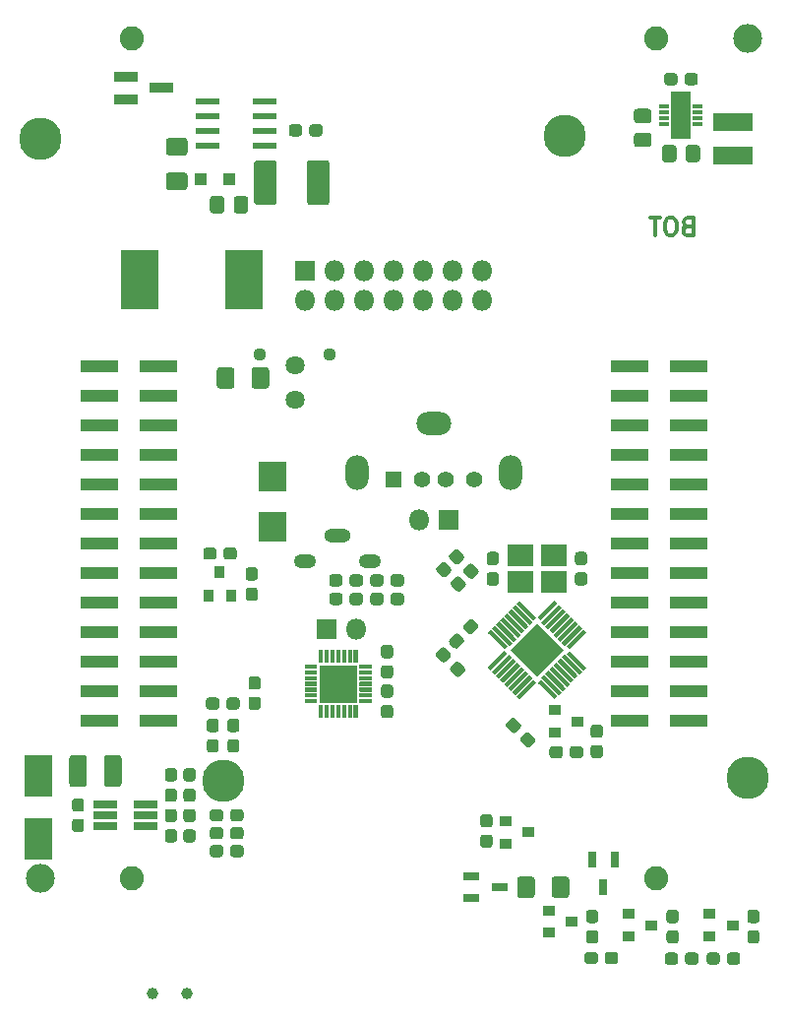
<source format=gbr>
%TF.GenerationSoftware,KiCad,Pcbnew,(5.1.6)-1*%
%TF.CreationDate,2022-08-11T18:16:32+02:00*%
%TF.ProjectId,ZumoComSystem,5a756d6f-436f-46d5-9379-7374656d2e6b,V1.1*%
%TF.SameCoordinates,Original*%
%TF.FileFunction,Soldermask,Bot*%
%TF.FilePolarity,Negative*%
%FSLAX46Y46*%
G04 Gerber Fmt 4.6, Leading zero omitted, Abs format (unit mm)*
G04 Created by KiCad (PCBNEW (5.1.6)-1) date 2022-08-11 18:16:32*
%MOMM*%
%LPD*%
G01*
G04 APERTURE LIST*
%ADD10C,0.300000*%
%ADD11C,1.000000*%
%ADD12R,2.081200X0.633400*%
%ADD13R,3.275000X5.050000*%
%ADD14R,1.800000X1.800000*%
%ADD15O,1.800000X1.800000*%
%ADD16R,2.400000X2.600000*%
%ADD17R,1.100000X1.100000*%
%ADD18R,2.000000X0.900000*%
%ADD19R,3.500000X1.600000*%
%ADD20R,0.912800X0.404800*%
%ADD21R,1.700000X4.100000*%
%ADD22R,3.250000X3.250000*%
%ADD23C,0.100000*%
%ADD24O,3.000000X2.000000*%
%ADD25O,2.000000X3.000000*%
%ADD26C,1.400000*%
%ADD27R,1.400000X1.400000*%
%ADD28O,1.900000X1.200000*%
%ADD29O,2.300000X1.200000*%
%ADD30C,2.080000*%
%ADD31C,3.650000*%
%ADD32C,2.490000*%
%ADD33R,2.400000X3.600000*%
%ADD34R,1.000000X0.900000*%
%ADD35R,0.900000X1.000000*%
%ADD36R,2.100000X0.750000*%
%ADD37R,2.200000X1.900000*%
%ADD38R,3.250000X1.100000*%
%ADD39R,1.410000X0.700000*%
%ADD40R,0.700000X1.410000*%
%ADD41C,1.120000*%
%ADD42C,1.630000*%
G04 APERTURE END LIST*
D10*
X172250000Y-76642857D02*
X172035714Y-76714285D01*
X171964285Y-76785714D01*
X171892857Y-76928571D01*
X171892857Y-77142857D01*
X171964285Y-77285714D01*
X172035714Y-77357142D01*
X172178571Y-77428571D01*
X172750000Y-77428571D01*
X172750000Y-75928571D01*
X172250000Y-75928571D01*
X172107142Y-76000000D01*
X172035714Y-76071428D01*
X171964285Y-76214285D01*
X171964285Y-76357142D01*
X172035714Y-76500000D01*
X172107142Y-76571428D01*
X172250000Y-76642857D01*
X172750000Y-76642857D01*
X170964285Y-75928571D02*
X170678571Y-75928571D01*
X170535714Y-76000000D01*
X170392857Y-76142857D01*
X170321428Y-76428571D01*
X170321428Y-76928571D01*
X170392857Y-77214285D01*
X170535714Y-77357142D01*
X170678571Y-77428571D01*
X170964285Y-77428571D01*
X171107142Y-77357142D01*
X171250000Y-77214285D01*
X171321428Y-76928571D01*
X171321428Y-76428571D01*
X171250000Y-76142857D01*
X171107142Y-76000000D01*
X170964285Y-75928571D01*
X169892857Y-75928571D02*
X169035714Y-75928571D01*
X169464285Y-77428571D02*
X169464285Y-75928571D01*
D11*
%TO.C,SW1*%
X129175000Y-142650000D03*
X126175000Y-142650000D03*
%TD*%
D12*
%TO.C,U1*%
X135863800Y-69705000D03*
X135863800Y-68435000D03*
X135863800Y-67165000D03*
X135863800Y-65895000D03*
X130936200Y-65895000D03*
X130936200Y-67165000D03*
X130936200Y-68435000D03*
X130936200Y-69705000D03*
%TD*%
D13*
%TO.C,L3*%
X134107500Y-81200000D03*
X125092500Y-81200000D03*
%TD*%
%TO.C,R5*%
G36*
G01*
X150649080Y-113290311D02*
X151020311Y-112919080D01*
G75*
G02*
X151391543Y-112919080I185616J-185616D01*
G01*
X151833484Y-113361021D01*
G75*
G02*
X151833484Y-113732253I-185616J-185616D01*
G01*
X151462253Y-114103484D01*
G75*
G02*
X151091021Y-114103484I-185616J185616D01*
G01*
X150649080Y-113661543D01*
G75*
G02*
X150649080Y-113290311I185616J185616D01*
G01*
G37*
G36*
G01*
X151886516Y-114527747D02*
X152257747Y-114156516D01*
G75*
G02*
X152628979Y-114156516I185616J-185616D01*
G01*
X153070920Y-114598457D01*
G75*
G02*
X153070920Y-114969689I-185616J-185616D01*
G01*
X152699689Y-115340920D01*
G75*
G02*
X152328457Y-115340920I-185616J185616D01*
G01*
X151886516Y-114898979D01*
G75*
G02*
X151886516Y-114527747I185616J185616D01*
G01*
G37*
%TD*%
D14*
%TO.C,TP2*%
X141200000Y-111300000D03*
D15*
X143740000Y-111300000D03*
%TD*%
D14*
%TO.C,TP1*%
X151700000Y-101900000D03*
D15*
X149160000Y-101900000D03*
%TD*%
%TO.C,R3*%
G36*
G01*
X150689080Y-105960311D02*
X151060311Y-105589080D01*
G75*
G02*
X151431543Y-105589080I185616J-185616D01*
G01*
X151873484Y-106031021D01*
G75*
G02*
X151873484Y-106402253I-185616J-185616D01*
G01*
X151502253Y-106773484D01*
G75*
G02*
X151131021Y-106773484I-185616J185616D01*
G01*
X150689080Y-106331543D01*
G75*
G02*
X150689080Y-105960311I185616J185616D01*
G01*
G37*
G36*
G01*
X151926516Y-107197747D02*
X152297747Y-106826516D01*
G75*
G02*
X152668979Y-106826516I185616J-185616D01*
G01*
X153110920Y-107268457D01*
G75*
G02*
X153110920Y-107639689I-185616J-185616D01*
G01*
X152739689Y-108010920D01*
G75*
G02*
X152368457Y-108010920I-185616J185616D01*
G01*
X151926516Y-107568979D01*
G75*
G02*
X151926516Y-107197747I185616J185616D01*
G01*
G37*
%TD*%
%TO.C,R2*%
G36*
G01*
X154210920Y-106539689D02*
X153839689Y-106910920D01*
G75*
G02*
X153468457Y-106910920I-185616J185616D01*
G01*
X153026516Y-106468979D01*
G75*
G02*
X153026516Y-106097747I185616J185616D01*
G01*
X153397747Y-105726516D01*
G75*
G02*
X153768979Y-105726516I185616J-185616D01*
G01*
X154210920Y-106168457D01*
G75*
G02*
X154210920Y-106539689I-185616J-185616D01*
G01*
G37*
G36*
G01*
X152973484Y-105302253D02*
X152602253Y-105673484D01*
G75*
G02*
X152231021Y-105673484I-185616J185616D01*
G01*
X151789080Y-105231543D01*
G75*
G02*
X151789080Y-104860311I185616J185616D01*
G01*
X152160311Y-104489080D01*
G75*
G02*
X152531543Y-104489080I185616J-185616D01*
G01*
X152973484Y-104931021D01*
G75*
G02*
X152973484Y-105302253I-185616J-185616D01*
G01*
G37*
%TD*%
D16*
%TO.C,D7*%
X136500000Y-102450000D03*
X136500000Y-98150000D03*
%TD*%
%TO.C,C3*%
G36*
G01*
X137950000Y-68662500D02*
X137950000Y-68137500D01*
G75*
G02*
X138212500Y-67875000I262500J0D01*
G01*
X138837500Y-67875000D01*
G75*
G02*
X139100000Y-68137500I0J-262500D01*
G01*
X139100000Y-68662500D01*
G75*
G02*
X138837500Y-68925000I-262500J0D01*
G01*
X138212500Y-68925000D01*
G75*
G02*
X137950000Y-68662500I0J262500D01*
G01*
G37*
G36*
G01*
X139700000Y-68662500D02*
X139700000Y-68137500D01*
G75*
G02*
X139962500Y-67875000I262500J0D01*
G01*
X140587500Y-67875000D01*
G75*
G02*
X140850000Y-68137500I0J-262500D01*
G01*
X140850000Y-68662500D01*
G75*
G02*
X140587500Y-68925000I-262500J0D01*
G01*
X139962500Y-68925000D01*
G75*
G02*
X139700000Y-68662500I0J262500D01*
G01*
G37*
%TD*%
D17*
%TO.C,D2*%
X132850000Y-72600000D03*
X130350000Y-72600000D03*
%TD*%
D18*
%TO.C,Q1*%
X123950000Y-65720000D03*
X123950000Y-63820000D03*
X126950000Y-64770000D03*
%TD*%
D19*
%TO.C,L2*%
X176200000Y-67665000D03*
X176200000Y-70535000D03*
%TD*%
D20*
%TO.C,U2*%
X170252200Y-67862000D03*
X170252200Y-67354000D03*
X170252200Y-66846000D03*
X170252200Y-66338000D03*
X173147800Y-66338000D03*
X173147800Y-66846000D03*
X173147800Y-67354000D03*
X173147800Y-67862000D03*
D21*
X171700000Y-67100000D03*
%TD*%
%TO.C,R1*%
G36*
G01*
X173150000Y-63737500D02*
X173150000Y-64262500D01*
G75*
G02*
X172887500Y-64525000I-262500J0D01*
G01*
X172262500Y-64525000D01*
G75*
G02*
X172000000Y-64262500I0J262500D01*
G01*
X172000000Y-63737500D01*
G75*
G02*
X172262500Y-63475000I262500J0D01*
G01*
X172887500Y-63475000D01*
G75*
G02*
X173150000Y-63737500I0J-262500D01*
G01*
G37*
G36*
G01*
X171400000Y-63737500D02*
X171400000Y-64262500D01*
G75*
G02*
X171137500Y-64525000I-262500J0D01*
G01*
X170512500Y-64525000D01*
G75*
G02*
X170250000Y-64262500I0J262500D01*
G01*
X170250000Y-63737500D01*
G75*
G02*
X170512500Y-63475000I262500J0D01*
G01*
X171137500Y-63475000D01*
G75*
G02*
X171400000Y-63737500I0J-262500D01*
G01*
G37*
%TD*%
%TO.C,C6*%
G36*
G01*
X171300000Y-69921738D02*
X171300000Y-70878262D01*
G75*
G02*
X171028262Y-71150000I-271738J0D01*
G01*
X170321738Y-71150000D01*
G75*
G02*
X170050000Y-70878262I0J271738D01*
G01*
X170050000Y-69921738D01*
G75*
G02*
X170321738Y-69650000I271738J0D01*
G01*
X171028262Y-69650000D01*
G75*
G02*
X171300000Y-69921738I0J-271738D01*
G01*
G37*
G36*
G01*
X173350000Y-69921738D02*
X173350000Y-70878262D01*
G75*
G02*
X173078262Y-71150000I-271738J0D01*
G01*
X172371738Y-71150000D01*
G75*
G02*
X172100000Y-70878262I0J271738D01*
G01*
X172100000Y-69921738D01*
G75*
G02*
X172371738Y-69650000I271738J0D01*
G01*
X173078262Y-69650000D01*
G75*
G02*
X173350000Y-69921738I0J-271738D01*
G01*
G37*
%TD*%
%TO.C,U5*%
G36*
G01*
X145105000Y-114330800D02*
X145105000Y-114669200D01*
G75*
G02*
X145094200Y-114680000I-10800J0D01*
G01*
X144045800Y-114680000D01*
G75*
G02*
X144035000Y-114669200I0J10800D01*
G01*
X144035000Y-114330800D01*
G75*
G02*
X144045800Y-114320000I10800J0D01*
G01*
X145094200Y-114320000D01*
G75*
G02*
X145105000Y-114330800I0J-10800D01*
G01*
G37*
G36*
G01*
X145105000Y-114830800D02*
X145105000Y-115169200D01*
G75*
G02*
X145094200Y-115180000I-10800J0D01*
G01*
X144045800Y-115180000D01*
G75*
G02*
X144035000Y-115169200I0J10800D01*
G01*
X144035000Y-114830800D01*
G75*
G02*
X144045800Y-114820000I10800J0D01*
G01*
X145094200Y-114820000D01*
G75*
G02*
X145105000Y-114830800I0J-10800D01*
G01*
G37*
G36*
G01*
X145105000Y-115330800D02*
X145105000Y-115669200D01*
G75*
G02*
X145094200Y-115680000I-10800J0D01*
G01*
X144045800Y-115680000D01*
G75*
G02*
X144035000Y-115669200I0J10800D01*
G01*
X144035000Y-115330800D01*
G75*
G02*
X144045800Y-115320000I10800J0D01*
G01*
X145094200Y-115320000D01*
G75*
G02*
X145105000Y-115330800I0J-10800D01*
G01*
G37*
G36*
G01*
X145105000Y-115830800D02*
X145105000Y-116169200D01*
G75*
G02*
X145094200Y-116180000I-10800J0D01*
G01*
X144045800Y-116180000D01*
G75*
G02*
X144035000Y-116169200I0J10800D01*
G01*
X144035000Y-115830800D01*
G75*
G02*
X144045800Y-115820000I10800J0D01*
G01*
X145094200Y-115820000D01*
G75*
G02*
X145105000Y-115830800I0J-10800D01*
G01*
G37*
G36*
G01*
X145105000Y-116330800D02*
X145105000Y-116669200D01*
G75*
G02*
X145094200Y-116680000I-10800J0D01*
G01*
X144045800Y-116680000D01*
G75*
G02*
X144035000Y-116669200I0J10800D01*
G01*
X144035000Y-116330800D01*
G75*
G02*
X144045800Y-116320000I10800J0D01*
G01*
X145094200Y-116320000D01*
G75*
G02*
X145105000Y-116330800I0J-10800D01*
G01*
G37*
G36*
G01*
X145105000Y-116830800D02*
X145105000Y-117169200D01*
G75*
G02*
X145094200Y-117180000I-10800J0D01*
G01*
X144045800Y-117180000D01*
G75*
G02*
X144035000Y-117169200I0J10800D01*
G01*
X144035000Y-116830800D01*
G75*
G02*
X144045800Y-116820000I10800J0D01*
G01*
X145094200Y-116820000D01*
G75*
G02*
X145105000Y-116830800I0J-10800D01*
G01*
G37*
G36*
G01*
X145105000Y-117330800D02*
X145105000Y-117669200D01*
G75*
G02*
X145094200Y-117680000I-10800J0D01*
G01*
X144045800Y-117680000D01*
G75*
G02*
X144035000Y-117669200I0J10800D01*
G01*
X144035000Y-117330800D01*
G75*
G02*
X144045800Y-117320000I10800J0D01*
G01*
X145094200Y-117320000D01*
G75*
G02*
X145105000Y-117330800I0J-10800D01*
G01*
G37*
G36*
G01*
X140365000Y-117330800D02*
X140365000Y-117669200D01*
G75*
G02*
X140354200Y-117680000I-10800J0D01*
G01*
X139305800Y-117680000D01*
G75*
G02*
X139295000Y-117669200I0J10800D01*
G01*
X139295000Y-117330800D01*
G75*
G02*
X139305800Y-117320000I10800J0D01*
G01*
X140354200Y-117320000D01*
G75*
G02*
X140365000Y-117330800I0J-10800D01*
G01*
G37*
G36*
G01*
X140365000Y-116830800D02*
X140365000Y-117169200D01*
G75*
G02*
X140354200Y-117180000I-10800J0D01*
G01*
X139305800Y-117180000D01*
G75*
G02*
X139295000Y-117169200I0J10800D01*
G01*
X139295000Y-116830800D01*
G75*
G02*
X139305800Y-116820000I10800J0D01*
G01*
X140354200Y-116820000D01*
G75*
G02*
X140365000Y-116830800I0J-10800D01*
G01*
G37*
G36*
G01*
X140365000Y-116330800D02*
X140365000Y-116669200D01*
G75*
G02*
X140354200Y-116680000I-10800J0D01*
G01*
X139305800Y-116680000D01*
G75*
G02*
X139295000Y-116669200I0J10800D01*
G01*
X139295000Y-116330800D01*
G75*
G02*
X139305800Y-116320000I10800J0D01*
G01*
X140354200Y-116320000D01*
G75*
G02*
X140365000Y-116330800I0J-10800D01*
G01*
G37*
G36*
G01*
X140365000Y-115830800D02*
X140365000Y-116169200D01*
G75*
G02*
X140354200Y-116180000I-10800J0D01*
G01*
X139305800Y-116180000D01*
G75*
G02*
X139295000Y-116169200I0J10800D01*
G01*
X139295000Y-115830800D01*
G75*
G02*
X139305800Y-115820000I10800J0D01*
G01*
X140354200Y-115820000D01*
G75*
G02*
X140365000Y-115830800I0J-10800D01*
G01*
G37*
G36*
G01*
X140365000Y-115330800D02*
X140365000Y-115669200D01*
G75*
G02*
X140354200Y-115680000I-10800J0D01*
G01*
X139305800Y-115680000D01*
G75*
G02*
X139295000Y-115669200I0J10800D01*
G01*
X139295000Y-115330800D01*
G75*
G02*
X139305800Y-115320000I10800J0D01*
G01*
X140354200Y-115320000D01*
G75*
G02*
X140365000Y-115330800I0J-10800D01*
G01*
G37*
G36*
G01*
X140365000Y-114830800D02*
X140365000Y-115169200D01*
G75*
G02*
X140354200Y-115180000I-10800J0D01*
G01*
X139305800Y-115180000D01*
G75*
G02*
X139295000Y-115169200I0J10800D01*
G01*
X139295000Y-114830800D01*
G75*
G02*
X139305800Y-114820000I10800J0D01*
G01*
X140354200Y-114820000D01*
G75*
G02*
X140365000Y-114830800I0J-10800D01*
G01*
G37*
G36*
G01*
X140365000Y-114330800D02*
X140365000Y-114669200D01*
G75*
G02*
X140354200Y-114680000I-10800J0D01*
G01*
X139305800Y-114680000D01*
G75*
G02*
X139295000Y-114669200I0J10800D01*
G01*
X139295000Y-114330800D01*
G75*
G02*
X139305800Y-114320000I10800J0D01*
G01*
X140354200Y-114320000D01*
G75*
G02*
X140365000Y-114330800I0J-10800D01*
G01*
G37*
G36*
G01*
X140530800Y-113095000D02*
X140869200Y-113095000D01*
G75*
G02*
X140880000Y-113105800I0J-10800D01*
G01*
X140880000Y-114154200D01*
G75*
G02*
X140869200Y-114165000I-10800J0D01*
G01*
X140530800Y-114165000D01*
G75*
G02*
X140520000Y-114154200I0J10800D01*
G01*
X140520000Y-113105800D01*
G75*
G02*
X140530800Y-113095000I10800J0D01*
G01*
G37*
G36*
G01*
X141030800Y-113095000D02*
X141369200Y-113095000D01*
G75*
G02*
X141380000Y-113105800I0J-10800D01*
G01*
X141380000Y-114154200D01*
G75*
G02*
X141369200Y-114165000I-10800J0D01*
G01*
X141030800Y-114165000D01*
G75*
G02*
X141020000Y-114154200I0J10800D01*
G01*
X141020000Y-113105800D01*
G75*
G02*
X141030800Y-113095000I10800J0D01*
G01*
G37*
G36*
G01*
X141530800Y-113095000D02*
X141869200Y-113095000D01*
G75*
G02*
X141880000Y-113105800I0J-10800D01*
G01*
X141880000Y-114154200D01*
G75*
G02*
X141869200Y-114165000I-10800J0D01*
G01*
X141530800Y-114165000D01*
G75*
G02*
X141520000Y-114154200I0J10800D01*
G01*
X141520000Y-113105800D01*
G75*
G02*
X141530800Y-113095000I10800J0D01*
G01*
G37*
G36*
G01*
X142030800Y-113095000D02*
X142369200Y-113095000D01*
G75*
G02*
X142380000Y-113105800I0J-10800D01*
G01*
X142380000Y-114154200D01*
G75*
G02*
X142369200Y-114165000I-10800J0D01*
G01*
X142030800Y-114165000D01*
G75*
G02*
X142020000Y-114154200I0J10800D01*
G01*
X142020000Y-113105800D01*
G75*
G02*
X142030800Y-113095000I10800J0D01*
G01*
G37*
G36*
G01*
X142530800Y-113095000D02*
X142869200Y-113095000D01*
G75*
G02*
X142880000Y-113105800I0J-10800D01*
G01*
X142880000Y-114154200D01*
G75*
G02*
X142869200Y-114165000I-10800J0D01*
G01*
X142530800Y-114165000D01*
G75*
G02*
X142520000Y-114154200I0J10800D01*
G01*
X142520000Y-113105800D01*
G75*
G02*
X142530800Y-113095000I10800J0D01*
G01*
G37*
G36*
G01*
X143030800Y-113095000D02*
X143369200Y-113095000D01*
G75*
G02*
X143380000Y-113105800I0J-10800D01*
G01*
X143380000Y-114154200D01*
G75*
G02*
X143369200Y-114165000I-10800J0D01*
G01*
X143030800Y-114165000D01*
G75*
G02*
X143020000Y-114154200I0J10800D01*
G01*
X143020000Y-113105800D01*
G75*
G02*
X143030800Y-113095000I10800J0D01*
G01*
G37*
G36*
G01*
X143530800Y-113095000D02*
X143869200Y-113095000D01*
G75*
G02*
X143880000Y-113105800I0J-10800D01*
G01*
X143880000Y-114154200D01*
G75*
G02*
X143869200Y-114165000I-10800J0D01*
G01*
X143530800Y-114165000D01*
G75*
G02*
X143520000Y-114154200I0J10800D01*
G01*
X143520000Y-113105800D01*
G75*
G02*
X143530800Y-113095000I10800J0D01*
G01*
G37*
G36*
G01*
X143530800Y-117835000D02*
X143869200Y-117835000D01*
G75*
G02*
X143880000Y-117845800I0J-10800D01*
G01*
X143880000Y-118894200D01*
G75*
G02*
X143869200Y-118905000I-10800J0D01*
G01*
X143530800Y-118905000D01*
G75*
G02*
X143520000Y-118894200I0J10800D01*
G01*
X143520000Y-117845800D01*
G75*
G02*
X143530800Y-117835000I10800J0D01*
G01*
G37*
G36*
G01*
X143030800Y-117835000D02*
X143369200Y-117835000D01*
G75*
G02*
X143380000Y-117845800I0J-10800D01*
G01*
X143380000Y-118894200D01*
G75*
G02*
X143369200Y-118905000I-10800J0D01*
G01*
X143030800Y-118905000D01*
G75*
G02*
X143020000Y-118894200I0J10800D01*
G01*
X143020000Y-117845800D01*
G75*
G02*
X143030800Y-117835000I10800J0D01*
G01*
G37*
G36*
G01*
X142530800Y-117835000D02*
X142869200Y-117835000D01*
G75*
G02*
X142880000Y-117845800I0J-10800D01*
G01*
X142880000Y-118894200D01*
G75*
G02*
X142869200Y-118905000I-10800J0D01*
G01*
X142530800Y-118905000D01*
G75*
G02*
X142520000Y-118894200I0J10800D01*
G01*
X142520000Y-117845800D01*
G75*
G02*
X142530800Y-117835000I10800J0D01*
G01*
G37*
G36*
G01*
X142030800Y-117835000D02*
X142369200Y-117835000D01*
G75*
G02*
X142380000Y-117845800I0J-10800D01*
G01*
X142380000Y-118894200D01*
G75*
G02*
X142369200Y-118905000I-10800J0D01*
G01*
X142030800Y-118905000D01*
G75*
G02*
X142020000Y-118894200I0J10800D01*
G01*
X142020000Y-117845800D01*
G75*
G02*
X142030800Y-117835000I10800J0D01*
G01*
G37*
G36*
G01*
X141530800Y-117835000D02*
X141869200Y-117835000D01*
G75*
G02*
X141880000Y-117845800I0J-10800D01*
G01*
X141880000Y-118894200D01*
G75*
G02*
X141869200Y-118905000I-10800J0D01*
G01*
X141530800Y-118905000D01*
G75*
G02*
X141520000Y-118894200I0J10800D01*
G01*
X141520000Y-117845800D01*
G75*
G02*
X141530800Y-117835000I10800J0D01*
G01*
G37*
G36*
G01*
X141030800Y-117835000D02*
X141369200Y-117835000D01*
G75*
G02*
X141380000Y-117845800I0J-10800D01*
G01*
X141380000Y-118894200D01*
G75*
G02*
X141369200Y-118905000I-10800J0D01*
G01*
X141030800Y-118905000D01*
G75*
G02*
X141020000Y-118894200I0J10800D01*
G01*
X141020000Y-117845800D01*
G75*
G02*
X141030800Y-117835000I10800J0D01*
G01*
G37*
G36*
G01*
X140530800Y-117835000D02*
X140869200Y-117835000D01*
G75*
G02*
X140880000Y-117845800I0J-10800D01*
G01*
X140880000Y-118894200D01*
G75*
G02*
X140869200Y-118905000I-10800J0D01*
G01*
X140530800Y-118905000D01*
G75*
G02*
X140520000Y-118894200I0J10800D01*
G01*
X140520000Y-117845800D01*
G75*
G02*
X140530800Y-117835000I10800J0D01*
G01*
G37*
D22*
X142200000Y-116000000D03*
%TD*%
%TO.C,U3*%
G36*
G01*
X157796620Y-117324186D02*
X157550688Y-117078254D01*
G75*
G02*
X157550688Y-117062556I7849J7849D01*
G01*
X158949204Y-115664040D01*
G75*
G02*
X158964902Y-115664040I7849J-7849D01*
G01*
X159210834Y-115909972D01*
G75*
G02*
X159210834Y-115925670I-7849J-7849D01*
G01*
X157812318Y-117324186D01*
G75*
G02*
X157796620Y-117324186I-7849J7849D01*
G01*
G37*
G36*
G01*
X157443067Y-116970632D02*
X157197135Y-116724700D01*
G75*
G02*
X157197135Y-116709002I7849J7849D01*
G01*
X158666361Y-115239776D01*
G75*
G02*
X158682059Y-115239776I7849J-7849D01*
G01*
X158927991Y-115485708D01*
G75*
G02*
X158927991Y-115501406I-7849J-7849D01*
G01*
X157458765Y-116970632D01*
G75*
G02*
X157443067Y-116970632I-7849J7849D01*
G01*
G37*
G36*
G01*
X157089514Y-116617078D02*
X156843582Y-116371146D01*
G75*
G02*
X156843582Y-116355448I7849J7849D01*
G01*
X158312808Y-114886222D01*
G75*
G02*
X158328506Y-114886222I7849J-7849D01*
G01*
X158574438Y-115132154D01*
G75*
G02*
X158574438Y-115147852I-7849J-7849D01*
G01*
X157105212Y-116617078D01*
G75*
G02*
X157089514Y-116617078I-7849J7849D01*
G01*
G37*
G36*
G01*
X156735960Y-116263525D02*
X156490028Y-116017593D01*
G75*
G02*
X156490028Y-116001895I7849J7849D01*
G01*
X157959254Y-114532669D01*
G75*
G02*
X157974952Y-114532669I7849J-7849D01*
G01*
X158220884Y-114778601D01*
G75*
G02*
X158220884Y-114794299I-7849J-7849D01*
G01*
X156751658Y-116263525D01*
G75*
G02*
X156735960Y-116263525I-7849J7849D01*
G01*
G37*
G36*
G01*
X156382407Y-115909972D02*
X156136475Y-115664040D01*
G75*
G02*
X156136475Y-115648342I7849J7849D01*
G01*
X157605701Y-114179116D01*
G75*
G02*
X157621399Y-114179116I7849J-7849D01*
G01*
X157867331Y-114425048D01*
G75*
G02*
X157867331Y-114440746I-7849J-7849D01*
G01*
X156398105Y-115909972D01*
G75*
G02*
X156382407Y-115909972I-7849J7849D01*
G01*
G37*
G36*
G01*
X156028854Y-115556418D02*
X155782922Y-115310486D01*
G75*
G02*
X155782922Y-115294788I7849J7849D01*
G01*
X157252148Y-113825562D01*
G75*
G02*
X157267846Y-113825562I7849J-7849D01*
G01*
X157513778Y-114071494D01*
G75*
G02*
X157513778Y-114087192I-7849J-7849D01*
G01*
X156044552Y-115556418D01*
G75*
G02*
X156028854Y-115556418I-7849J7849D01*
G01*
G37*
G36*
G01*
X155675300Y-115202865D02*
X155429368Y-114956933D01*
G75*
G02*
X155429368Y-114941235I7849J7849D01*
G01*
X156898594Y-113472009D01*
G75*
G02*
X156914292Y-113472009I7849J-7849D01*
G01*
X157160224Y-113717941D01*
G75*
G02*
X157160224Y-113733639I-7849J-7849D01*
G01*
X155690998Y-115202865D01*
G75*
G02*
X155675300Y-115202865I-7849J7849D01*
G01*
G37*
G36*
G01*
X155321746Y-114849312D02*
X155075814Y-114603380D01*
G75*
G02*
X155075814Y-114587682I7849J7849D01*
G01*
X156474330Y-113189166D01*
G75*
G02*
X156490028Y-113189166I7849J-7849D01*
G01*
X156735960Y-113435098D01*
G75*
G02*
X156735960Y-113450796I-7849J-7849D01*
G01*
X155337444Y-114849312D01*
G75*
G02*
X155321746Y-114849312I-7849J7849D01*
G01*
G37*
G36*
G01*
X159635098Y-110535960D02*
X159389166Y-110290028D01*
G75*
G02*
X159389166Y-110274330I7849J7849D01*
G01*
X160787682Y-108875814D01*
G75*
G02*
X160803380Y-108875814I7849J-7849D01*
G01*
X161049312Y-109121746D01*
G75*
G02*
X161049312Y-109137444I-7849J-7849D01*
G01*
X159650796Y-110535960D01*
G75*
G02*
X159635098Y-110535960I-7849J7849D01*
G01*
G37*
G36*
G01*
X159917941Y-110960224D02*
X159672009Y-110714292D01*
G75*
G02*
X159672009Y-110698594I7849J7849D01*
G01*
X161141235Y-109229368D01*
G75*
G02*
X161156933Y-109229368I7849J-7849D01*
G01*
X161402865Y-109475300D01*
G75*
G02*
X161402865Y-109490998I-7849J-7849D01*
G01*
X159933639Y-110960224D01*
G75*
G02*
X159917941Y-110960224I-7849J7849D01*
G01*
G37*
G36*
G01*
X160271494Y-111313778D02*
X160025562Y-111067846D01*
G75*
G02*
X160025562Y-111052148I7849J7849D01*
G01*
X161494788Y-109582922D01*
G75*
G02*
X161510486Y-109582922I7849J-7849D01*
G01*
X161756418Y-109828854D01*
G75*
G02*
X161756418Y-109844552I-7849J-7849D01*
G01*
X160287192Y-111313778D01*
G75*
G02*
X160271494Y-111313778I-7849J7849D01*
G01*
G37*
G36*
G01*
X160625048Y-111667331D02*
X160379116Y-111421399D01*
G75*
G02*
X160379116Y-111405701I7849J7849D01*
G01*
X161848342Y-109936475D01*
G75*
G02*
X161864040Y-109936475I7849J-7849D01*
G01*
X162109972Y-110182407D01*
G75*
G02*
X162109972Y-110198105I-7849J-7849D01*
G01*
X160640746Y-111667331D01*
G75*
G02*
X160625048Y-111667331I-7849J7849D01*
G01*
G37*
G36*
G01*
X160978601Y-112020884D02*
X160732669Y-111774952D01*
G75*
G02*
X160732669Y-111759254I7849J7849D01*
G01*
X162201895Y-110290028D01*
G75*
G02*
X162217593Y-110290028I7849J-7849D01*
G01*
X162463525Y-110535960D01*
G75*
G02*
X162463525Y-110551658I-7849J-7849D01*
G01*
X160994299Y-112020884D01*
G75*
G02*
X160978601Y-112020884I-7849J7849D01*
G01*
G37*
G36*
G01*
X161332154Y-112374438D02*
X161086222Y-112128506D01*
G75*
G02*
X161086222Y-112112808I7849J7849D01*
G01*
X162555448Y-110643582D01*
G75*
G02*
X162571146Y-110643582I7849J-7849D01*
G01*
X162817078Y-110889514D01*
G75*
G02*
X162817078Y-110905212I-7849J-7849D01*
G01*
X161347852Y-112374438D01*
G75*
G02*
X161332154Y-112374438I-7849J7849D01*
G01*
G37*
G36*
G01*
X161685708Y-112727991D02*
X161439776Y-112482059D01*
G75*
G02*
X161439776Y-112466361I7849J7849D01*
G01*
X162909002Y-110997135D01*
G75*
G02*
X162924700Y-110997135I7849J-7849D01*
G01*
X163170632Y-111243067D01*
G75*
G02*
X163170632Y-111258765I-7849J-7849D01*
G01*
X161701406Y-112727991D01*
G75*
G02*
X161685708Y-112727991I-7849J7849D01*
G01*
G37*
G36*
G01*
X162109972Y-113010834D02*
X161864040Y-112764902D01*
G75*
G02*
X161864040Y-112749204I7849J7849D01*
G01*
X163262556Y-111350688D01*
G75*
G02*
X163278254Y-111350688I7849J-7849D01*
G01*
X163524186Y-111596620D01*
G75*
G02*
X163524186Y-111612318I-7849J-7849D01*
G01*
X162125670Y-113010834D01*
G75*
G02*
X162109972Y-113010834I-7849J7849D01*
G01*
G37*
G36*
G01*
X163524186Y-114603380D02*
X163278254Y-114849312D01*
G75*
G02*
X163262556Y-114849312I-7849J7849D01*
G01*
X161864040Y-113450796D01*
G75*
G02*
X161864040Y-113435098I7849J7849D01*
G01*
X162109972Y-113189166D01*
G75*
G02*
X162125670Y-113189166I7849J-7849D01*
G01*
X163524186Y-114587682D01*
G75*
G02*
X163524186Y-114603380I-7849J-7849D01*
G01*
G37*
G36*
G01*
X163170632Y-114956933D02*
X162924700Y-115202865D01*
G75*
G02*
X162909002Y-115202865I-7849J7849D01*
G01*
X161439776Y-113733639D01*
G75*
G02*
X161439776Y-113717941I7849J7849D01*
G01*
X161685708Y-113472009D01*
G75*
G02*
X161701406Y-113472009I7849J-7849D01*
G01*
X163170632Y-114941235D01*
G75*
G02*
X163170632Y-114956933I-7849J-7849D01*
G01*
G37*
G36*
G01*
X162817078Y-115310486D02*
X162571146Y-115556418D01*
G75*
G02*
X162555448Y-115556418I-7849J7849D01*
G01*
X161086222Y-114087192D01*
G75*
G02*
X161086222Y-114071494I7849J7849D01*
G01*
X161332154Y-113825562D01*
G75*
G02*
X161347852Y-113825562I7849J-7849D01*
G01*
X162817078Y-115294788D01*
G75*
G02*
X162817078Y-115310486I-7849J-7849D01*
G01*
G37*
G36*
G01*
X162463525Y-115664040D02*
X162217593Y-115909972D01*
G75*
G02*
X162201895Y-115909972I-7849J7849D01*
G01*
X160732669Y-114440746D01*
G75*
G02*
X160732669Y-114425048I7849J7849D01*
G01*
X160978601Y-114179116D01*
G75*
G02*
X160994299Y-114179116I7849J-7849D01*
G01*
X162463525Y-115648342D01*
G75*
G02*
X162463525Y-115664040I-7849J-7849D01*
G01*
G37*
G36*
G01*
X162109972Y-116017593D02*
X161864040Y-116263525D01*
G75*
G02*
X161848342Y-116263525I-7849J7849D01*
G01*
X160379116Y-114794299D01*
G75*
G02*
X160379116Y-114778601I7849J7849D01*
G01*
X160625048Y-114532669D01*
G75*
G02*
X160640746Y-114532669I7849J-7849D01*
G01*
X162109972Y-116001895D01*
G75*
G02*
X162109972Y-116017593I-7849J-7849D01*
G01*
G37*
G36*
G01*
X161756418Y-116371146D02*
X161510486Y-116617078D01*
G75*
G02*
X161494788Y-116617078I-7849J7849D01*
G01*
X160025562Y-115147852D01*
G75*
G02*
X160025562Y-115132154I7849J7849D01*
G01*
X160271494Y-114886222D01*
G75*
G02*
X160287192Y-114886222I7849J-7849D01*
G01*
X161756418Y-116355448D01*
G75*
G02*
X161756418Y-116371146I-7849J-7849D01*
G01*
G37*
G36*
G01*
X161402865Y-116724700D02*
X161156933Y-116970632D01*
G75*
G02*
X161141235Y-116970632I-7849J7849D01*
G01*
X159672009Y-115501406D01*
G75*
G02*
X159672009Y-115485708I7849J7849D01*
G01*
X159917941Y-115239776D01*
G75*
G02*
X159933639Y-115239776I7849J-7849D01*
G01*
X161402865Y-116709002D01*
G75*
G02*
X161402865Y-116724700I-7849J-7849D01*
G01*
G37*
G36*
G01*
X161049312Y-117078254D02*
X160803380Y-117324186D01*
G75*
G02*
X160787682Y-117324186I-7849J7849D01*
G01*
X159389166Y-115925670D01*
G75*
G02*
X159389166Y-115909972I7849J7849D01*
G01*
X159635098Y-115664040D01*
G75*
G02*
X159650796Y-115664040I7849J-7849D01*
G01*
X161049312Y-117062556D01*
G75*
G02*
X161049312Y-117078254I-7849J-7849D01*
G01*
G37*
G36*
G01*
X156735960Y-112764902D02*
X156490028Y-113010834D01*
G75*
G02*
X156474330Y-113010834I-7849J7849D01*
G01*
X155075814Y-111612318D01*
G75*
G02*
X155075814Y-111596620I7849J7849D01*
G01*
X155321746Y-111350688D01*
G75*
G02*
X155337444Y-111350688I7849J-7849D01*
G01*
X156735960Y-112749204D01*
G75*
G02*
X156735960Y-112764902I-7849J-7849D01*
G01*
G37*
G36*
G01*
X157160224Y-112482059D02*
X156914292Y-112727991D01*
G75*
G02*
X156898594Y-112727991I-7849J7849D01*
G01*
X155429368Y-111258765D01*
G75*
G02*
X155429368Y-111243067I7849J7849D01*
G01*
X155675300Y-110997135D01*
G75*
G02*
X155690998Y-110997135I7849J-7849D01*
G01*
X157160224Y-112466361D01*
G75*
G02*
X157160224Y-112482059I-7849J-7849D01*
G01*
G37*
G36*
G01*
X157513778Y-112128506D02*
X157267846Y-112374438D01*
G75*
G02*
X157252148Y-112374438I-7849J7849D01*
G01*
X155782922Y-110905212D01*
G75*
G02*
X155782922Y-110889514I7849J7849D01*
G01*
X156028854Y-110643582D01*
G75*
G02*
X156044552Y-110643582I7849J-7849D01*
G01*
X157513778Y-112112808D01*
G75*
G02*
X157513778Y-112128506I-7849J-7849D01*
G01*
G37*
G36*
G01*
X157867331Y-111774952D02*
X157621399Y-112020884D01*
G75*
G02*
X157605701Y-112020884I-7849J7849D01*
G01*
X156136475Y-110551658D01*
G75*
G02*
X156136475Y-110535960I7849J7849D01*
G01*
X156382407Y-110290028D01*
G75*
G02*
X156398105Y-110290028I7849J-7849D01*
G01*
X157867331Y-111759254D01*
G75*
G02*
X157867331Y-111774952I-7849J-7849D01*
G01*
G37*
G36*
G01*
X158220884Y-111421399D02*
X157974952Y-111667331D01*
G75*
G02*
X157959254Y-111667331I-7849J7849D01*
G01*
X156490028Y-110198105D01*
G75*
G02*
X156490028Y-110182407I7849J7849D01*
G01*
X156735960Y-109936475D01*
G75*
G02*
X156751658Y-109936475I7849J-7849D01*
G01*
X158220884Y-111405701D01*
G75*
G02*
X158220884Y-111421399I-7849J-7849D01*
G01*
G37*
G36*
G01*
X158574438Y-111067846D02*
X158328506Y-111313778D01*
G75*
G02*
X158312808Y-111313778I-7849J7849D01*
G01*
X156843582Y-109844552D01*
G75*
G02*
X156843582Y-109828854I7849J7849D01*
G01*
X157089514Y-109582922D01*
G75*
G02*
X157105212Y-109582922I7849J-7849D01*
G01*
X158574438Y-111052148D01*
G75*
G02*
X158574438Y-111067846I-7849J-7849D01*
G01*
G37*
G36*
G01*
X158927991Y-110714292D02*
X158682059Y-110960224D01*
G75*
G02*
X158666361Y-110960224I-7849J7849D01*
G01*
X157197135Y-109490998D01*
G75*
G02*
X157197135Y-109475300I7849J7849D01*
G01*
X157443067Y-109229368D01*
G75*
G02*
X157458765Y-109229368I7849J-7849D01*
G01*
X158927991Y-110698594D01*
G75*
G02*
X158927991Y-110714292I-7849J-7849D01*
G01*
G37*
G36*
G01*
X159210834Y-110290028D02*
X158964902Y-110535960D01*
G75*
G02*
X158949204Y-110535960I-7849J7849D01*
G01*
X157550688Y-109137444D01*
G75*
G02*
X157550688Y-109121746I7849J7849D01*
G01*
X157796620Y-108875814D01*
G75*
G02*
X157812318Y-108875814I7849J-7849D01*
G01*
X159210834Y-110274330D01*
G75*
G02*
X159210834Y-110290028I-7849J-7849D01*
G01*
G37*
D23*
G36*
X161562742Y-113100000D02*
G01*
X159300000Y-115362742D01*
X157037258Y-113100000D01*
X159300000Y-110837258D01*
X161562742Y-113100000D01*
G37*
%TD*%
D24*
%TO.C,J1*%
X150425000Y-93620000D03*
D25*
X156995000Y-97800000D03*
X143855000Y-97800000D03*
D26*
X153925000Y-98400000D03*
X151425000Y-98400000D03*
X149425000Y-98400000D03*
D27*
X146925000Y-98400000D03*
%TD*%
D14*
%TO.C,J5*%
X139335000Y-80485000D03*
D15*
X139335000Y-83025000D03*
X141875000Y-80485000D03*
X141875000Y-83025000D03*
X144415000Y-80485000D03*
X144415000Y-83025000D03*
X146955000Y-80485000D03*
X146955000Y-83025000D03*
X149495000Y-80485000D03*
X149495000Y-83025000D03*
X152035000Y-80485000D03*
X152035000Y-83025000D03*
X154575000Y-80485000D03*
X154575000Y-83025000D03*
%TD*%
D28*
%TO.C,J3*%
X144900000Y-105425000D03*
X139300000Y-105425000D03*
D29*
X142100000Y-103275000D03*
%TD*%
D30*
%TO.C,BT1*%
X124400000Y-132710000D03*
X124400000Y-60490000D03*
D31*
X132270000Y-124330000D03*
X116530000Y-69130000D03*
D32*
X116530000Y-132710000D03*
%TD*%
%TO.C,C1*%
G36*
G01*
X127642544Y-69050000D02*
X128957456Y-69050000D01*
G75*
G02*
X129225000Y-69317544I0J-267544D01*
G01*
X129225000Y-70307456D01*
G75*
G02*
X128957456Y-70575000I-267544J0D01*
G01*
X127642544Y-70575000D01*
G75*
G02*
X127375000Y-70307456I0J267544D01*
G01*
X127375000Y-69317544D01*
G75*
G02*
X127642544Y-69050000I267544J0D01*
G01*
G37*
G36*
G01*
X127642544Y-72025000D02*
X128957456Y-72025000D01*
G75*
G02*
X129225000Y-72292544I0J-267544D01*
G01*
X129225000Y-73282456D01*
G75*
G02*
X128957456Y-73550000I-267544J0D01*
G01*
X127642544Y-73550000D01*
G75*
G02*
X127375000Y-73282456I0J267544D01*
G01*
X127375000Y-72292544D01*
G75*
G02*
X127642544Y-72025000I267544J0D01*
G01*
G37*
%TD*%
%TO.C,C2*%
G36*
G01*
X167921738Y-68600000D02*
X168878262Y-68600000D01*
G75*
G02*
X169150000Y-68871738I0J-271738D01*
G01*
X169150000Y-69578262D01*
G75*
G02*
X168878262Y-69850000I-271738J0D01*
G01*
X167921738Y-69850000D01*
G75*
G02*
X167650000Y-69578262I0J271738D01*
G01*
X167650000Y-68871738D01*
G75*
G02*
X167921738Y-68600000I271738J0D01*
G01*
G37*
G36*
G01*
X167921738Y-66550000D02*
X168878262Y-66550000D01*
G75*
G02*
X169150000Y-66821738I0J-271738D01*
G01*
X169150000Y-67528262D01*
G75*
G02*
X168878262Y-67800000I-271738J0D01*
G01*
X167921738Y-67800000D01*
G75*
G02*
X167650000Y-67528262I0J271738D01*
G01*
X167650000Y-66821738D01*
G75*
G02*
X167921738Y-66550000I271738J0D01*
G01*
G37*
%TD*%
%TO.C,C4*%
G36*
G01*
X131150000Y-75278262D02*
X131150000Y-74321738D01*
G75*
G02*
X131421738Y-74050000I271738J0D01*
G01*
X132128262Y-74050000D01*
G75*
G02*
X132400000Y-74321738I0J-271738D01*
G01*
X132400000Y-75278262D01*
G75*
G02*
X132128262Y-75550000I-271738J0D01*
G01*
X131421738Y-75550000D01*
G75*
G02*
X131150000Y-75278262I0J271738D01*
G01*
G37*
G36*
G01*
X133200000Y-75278262D02*
X133200000Y-74321738D01*
G75*
G02*
X133471738Y-74050000I271738J0D01*
G01*
X134178262Y-74050000D01*
G75*
G02*
X134450000Y-74321738I0J-271738D01*
G01*
X134450000Y-75278262D01*
G75*
G02*
X134178262Y-75550000I-271738J0D01*
G01*
X133471738Y-75550000D01*
G75*
G02*
X133200000Y-75278262I0J271738D01*
G01*
G37*
%TD*%
%TO.C,C5*%
G36*
G01*
X131750000Y-90357456D02*
X131750000Y-89042544D01*
G75*
G02*
X132017544Y-88775000I267544J0D01*
G01*
X133007456Y-88775000D01*
G75*
G02*
X133275000Y-89042544I0J-267544D01*
G01*
X133275000Y-90357456D01*
G75*
G02*
X133007456Y-90625000I-267544J0D01*
G01*
X132017544Y-90625000D01*
G75*
G02*
X131750000Y-90357456I0J267544D01*
G01*
G37*
G36*
G01*
X134725000Y-90357456D02*
X134725000Y-89042544D01*
G75*
G02*
X134992544Y-88775000I267544J0D01*
G01*
X135982456Y-88775000D01*
G75*
G02*
X136250000Y-89042544I0J-267544D01*
G01*
X136250000Y-90357456D01*
G75*
G02*
X135982456Y-90625000I-267544J0D01*
G01*
X134992544Y-90625000D01*
G75*
G02*
X134725000Y-90357456I0J267544D01*
G01*
G37*
%TD*%
%TO.C,C9*%
G36*
G01*
X128062500Y-126150000D02*
X127537500Y-126150000D01*
G75*
G02*
X127275000Y-125887500I0J262500D01*
G01*
X127275000Y-125262500D01*
G75*
G02*
X127537500Y-125000000I262500J0D01*
G01*
X128062500Y-125000000D01*
G75*
G02*
X128325000Y-125262500I0J-262500D01*
G01*
X128325000Y-125887500D01*
G75*
G02*
X128062500Y-126150000I-262500J0D01*
G01*
G37*
G36*
G01*
X128062500Y-124400000D02*
X127537500Y-124400000D01*
G75*
G02*
X127275000Y-124137500I0J262500D01*
G01*
X127275000Y-123512500D01*
G75*
G02*
X127537500Y-123250000I262500J0D01*
G01*
X128062500Y-123250000D01*
G75*
G02*
X128325000Y-123512500I0J-262500D01*
G01*
X128325000Y-124137500D01*
G75*
G02*
X128062500Y-124400000I-262500J0D01*
G01*
G37*
%TD*%
%TO.C,C10*%
G36*
G01*
X127537500Y-126750000D02*
X128062500Y-126750000D01*
G75*
G02*
X128325000Y-127012500I0J-262500D01*
G01*
X128325000Y-127637500D01*
G75*
G02*
X128062500Y-127900000I-262500J0D01*
G01*
X127537500Y-127900000D01*
G75*
G02*
X127275000Y-127637500I0J262500D01*
G01*
X127275000Y-127012500D01*
G75*
G02*
X127537500Y-126750000I262500J0D01*
G01*
G37*
G36*
G01*
X127537500Y-128500000D02*
X128062500Y-128500000D01*
G75*
G02*
X128325000Y-128762500I0J-262500D01*
G01*
X128325000Y-129387500D01*
G75*
G02*
X128062500Y-129650000I-262500J0D01*
G01*
X127537500Y-129650000D01*
G75*
G02*
X127275000Y-129387500I0J262500D01*
G01*
X127275000Y-128762500D01*
G75*
G02*
X127537500Y-128500000I262500J0D01*
G01*
G37*
%TD*%
%TO.C,D1*%
G36*
G01*
X134950000Y-74561487D02*
X134950000Y-71238513D01*
G75*
G02*
X135213513Y-70975000I263513J0D01*
G01*
X136636487Y-70975000D01*
G75*
G02*
X136900000Y-71238513I0J-263513D01*
G01*
X136900000Y-74561487D01*
G75*
G02*
X136636487Y-74825000I-263513J0D01*
G01*
X135213513Y-74825000D01*
G75*
G02*
X134950000Y-74561487I0J263513D01*
G01*
G37*
G36*
G01*
X139500000Y-74561487D02*
X139500000Y-71238513D01*
G75*
G02*
X139763513Y-70975000I263513J0D01*
G01*
X141186487Y-70975000D01*
G75*
G02*
X141450000Y-71238513I0J-263513D01*
G01*
X141450000Y-74561487D01*
G75*
G02*
X141186487Y-74825000I-263513J0D01*
G01*
X139763513Y-74825000D01*
G75*
G02*
X139500000Y-74561487I0J263513D01*
G01*
G37*
%TD*%
D33*
%TO.C,D3*%
X116400000Y-123900000D03*
X116400000Y-129300000D03*
%TD*%
%TO.C,F1*%
G36*
G01*
X119050000Y-124608125D02*
X119050000Y-122391875D01*
G75*
G02*
X119316875Y-122125000I266875J0D01*
G01*
X120308125Y-122125000D01*
G75*
G02*
X120575000Y-122391875I0J-266875D01*
G01*
X120575000Y-124608125D01*
G75*
G02*
X120308125Y-124875000I-266875J0D01*
G01*
X119316875Y-124875000D01*
G75*
G02*
X119050000Y-124608125I0J266875D01*
G01*
G37*
G36*
G01*
X122025000Y-124608125D02*
X122025000Y-122391875D01*
G75*
G02*
X122291875Y-122125000I266875J0D01*
G01*
X123283125Y-122125000D01*
G75*
G02*
X123550000Y-122391875I0J-266875D01*
G01*
X123550000Y-124608125D01*
G75*
G02*
X123283125Y-124875000I-266875J0D01*
G01*
X122291875Y-124875000D01*
G75*
G02*
X122025000Y-124608125I0J266875D01*
G01*
G37*
%TD*%
D34*
%TO.C,Q6*%
X160300000Y-137390000D03*
X160300000Y-135490000D03*
X162300000Y-136440000D03*
%TD*%
%TO.C,Q8*%
X174150000Y-137700000D03*
X174150000Y-135800000D03*
X176150000Y-136750000D03*
%TD*%
%TO.C,Q7*%
X167175000Y-137700000D03*
X167175000Y-135800000D03*
X169175000Y-136750000D03*
%TD*%
D35*
%TO.C,Q9*%
X132950000Y-108425000D03*
X131050000Y-108425000D03*
X132000000Y-106425000D03*
%TD*%
D34*
%TO.C,Q10*%
X160825000Y-120175000D03*
X160825000Y-118275000D03*
X162825000Y-119225000D03*
%TD*%
%TO.C,R7*%
G36*
G01*
X129662500Y-126150000D02*
X129137500Y-126150000D01*
G75*
G02*
X128875000Y-125887500I0J262500D01*
G01*
X128875000Y-125262500D01*
G75*
G02*
X129137500Y-125000000I262500J0D01*
G01*
X129662500Y-125000000D01*
G75*
G02*
X129925000Y-125262500I0J-262500D01*
G01*
X129925000Y-125887500D01*
G75*
G02*
X129662500Y-126150000I-262500J0D01*
G01*
G37*
G36*
G01*
X129662500Y-124400000D02*
X129137500Y-124400000D01*
G75*
G02*
X128875000Y-124137500I0J262500D01*
G01*
X128875000Y-123512500D01*
G75*
G02*
X129137500Y-123250000I262500J0D01*
G01*
X129662500Y-123250000D01*
G75*
G02*
X129925000Y-123512500I0J-262500D01*
G01*
X129925000Y-124137500D01*
G75*
G02*
X129662500Y-124400000I-262500J0D01*
G01*
G37*
%TD*%
%TO.C,R8*%
G36*
G01*
X129662500Y-129650000D02*
X129137500Y-129650000D01*
G75*
G02*
X128875000Y-129387500I0J262500D01*
G01*
X128875000Y-128762500D01*
G75*
G02*
X129137500Y-128500000I262500J0D01*
G01*
X129662500Y-128500000D01*
G75*
G02*
X129925000Y-128762500I0J-262500D01*
G01*
X129925000Y-129387500D01*
G75*
G02*
X129662500Y-129650000I-262500J0D01*
G01*
G37*
G36*
G01*
X129662500Y-127900000D02*
X129137500Y-127900000D01*
G75*
G02*
X128875000Y-127637500I0J262500D01*
G01*
X128875000Y-127012500D01*
G75*
G02*
X129137500Y-126750000I262500J0D01*
G01*
X129662500Y-126750000D01*
G75*
G02*
X129925000Y-127012500I0J-262500D01*
G01*
X129925000Y-127637500D01*
G75*
G02*
X129662500Y-127900000I-262500J0D01*
G01*
G37*
%TD*%
%TO.C,R10*%
G36*
G01*
X119537500Y-125850000D02*
X120062500Y-125850000D01*
G75*
G02*
X120325000Y-126112500I0J-262500D01*
G01*
X120325000Y-126737500D01*
G75*
G02*
X120062500Y-127000000I-262500J0D01*
G01*
X119537500Y-127000000D01*
G75*
G02*
X119275000Y-126737500I0J262500D01*
G01*
X119275000Y-126112500D01*
G75*
G02*
X119537500Y-125850000I262500J0D01*
G01*
G37*
G36*
G01*
X119537500Y-127600000D02*
X120062500Y-127600000D01*
G75*
G02*
X120325000Y-127862500I0J-262500D01*
G01*
X120325000Y-128487500D01*
G75*
G02*
X120062500Y-128750000I-262500J0D01*
G01*
X119537500Y-128750000D01*
G75*
G02*
X119275000Y-128487500I0J262500D01*
G01*
X119275000Y-127862500D01*
G75*
G02*
X119537500Y-127600000I262500J0D01*
G01*
G37*
%TD*%
%TO.C,R16*%
G36*
G01*
X130825000Y-117962500D02*
X130825000Y-117437500D01*
G75*
G02*
X131087500Y-117175000I262500J0D01*
G01*
X131712500Y-117175000D01*
G75*
G02*
X131975000Y-117437500I0J-262500D01*
G01*
X131975000Y-117962500D01*
G75*
G02*
X131712500Y-118225000I-262500J0D01*
G01*
X131087500Y-118225000D01*
G75*
G02*
X130825000Y-117962500I0J262500D01*
G01*
G37*
G36*
G01*
X132575000Y-117962500D02*
X132575000Y-117437500D01*
G75*
G02*
X132837500Y-117175000I262500J0D01*
G01*
X133462500Y-117175000D01*
G75*
G02*
X133725000Y-117437500I0J-262500D01*
G01*
X133725000Y-117962500D01*
G75*
G02*
X133462500Y-118225000I-262500J0D01*
G01*
X132837500Y-118225000D01*
G75*
G02*
X132575000Y-117962500I0J262500D01*
G01*
G37*
%TD*%
%TO.C,R18*%
G36*
G01*
X131662500Y-121900000D02*
X131137500Y-121900000D01*
G75*
G02*
X130875000Y-121637500I0J262500D01*
G01*
X130875000Y-121012500D01*
G75*
G02*
X131137500Y-120750000I262500J0D01*
G01*
X131662500Y-120750000D01*
G75*
G02*
X131925000Y-121012500I0J-262500D01*
G01*
X131925000Y-121637500D01*
G75*
G02*
X131662500Y-121900000I-262500J0D01*
G01*
G37*
G36*
G01*
X131662500Y-120150000D02*
X131137500Y-120150000D01*
G75*
G02*
X130875000Y-119887500I0J262500D01*
G01*
X130875000Y-119262500D01*
G75*
G02*
X131137500Y-119000000I262500J0D01*
G01*
X131662500Y-119000000D01*
G75*
G02*
X131925000Y-119262500I0J-262500D01*
G01*
X131925000Y-119887500D01*
G75*
G02*
X131662500Y-120150000I-262500J0D01*
G01*
G37*
%TD*%
%TO.C,R19*%
G36*
G01*
X132912500Y-119000000D02*
X133437500Y-119000000D01*
G75*
G02*
X133700000Y-119262500I0J-262500D01*
G01*
X133700000Y-119887500D01*
G75*
G02*
X133437500Y-120150000I-262500J0D01*
G01*
X132912500Y-120150000D01*
G75*
G02*
X132650000Y-119887500I0J262500D01*
G01*
X132650000Y-119262500D01*
G75*
G02*
X132912500Y-119000000I262500J0D01*
G01*
G37*
G36*
G01*
X132912500Y-120750000D02*
X133437500Y-120750000D01*
G75*
G02*
X133700000Y-121012500I0J-262500D01*
G01*
X133700000Y-121637500D01*
G75*
G02*
X133437500Y-121900000I-262500J0D01*
G01*
X132912500Y-121900000D01*
G75*
G02*
X132650000Y-121637500I0J262500D01*
G01*
X132650000Y-121012500D01*
G75*
G02*
X132912500Y-120750000I262500J0D01*
G01*
G37*
%TD*%
%TO.C,R20*%
G36*
G01*
X166300000Y-139312500D02*
X166300000Y-139837500D01*
G75*
G02*
X166037500Y-140100000I-262500J0D01*
G01*
X165412500Y-140100000D01*
G75*
G02*
X165150000Y-139837500I0J262500D01*
G01*
X165150000Y-139312500D01*
G75*
G02*
X165412500Y-139050000I262500J0D01*
G01*
X166037500Y-139050000D01*
G75*
G02*
X166300000Y-139312500I0J-262500D01*
G01*
G37*
G36*
G01*
X164550000Y-139312500D02*
X164550000Y-139837500D01*
G75*
G02*
X164287500Y-140100000I-262500J0D01*
G01*
X163662500Y-140100000D01*
G75*
G02*
X163400000Y-139837500I0J262500D01*
G01*
X163400000Y-139312500D01*
G75*
G02*
X163662500Y-139050000I262500J0D01*
G01*
X164287500Y-139050000D01*
G75*
G02*
X164550000Y-139312500I0J-262500D01*
G01*
G37*
%TD*%
%TO.C,R21*%
G36*
G01*
X164312500Y-138325000D02*
X163787500Y-138325000D01*
G75*
G02*
X163525000Y-138062500I0J262500D01*
G01*
X163525000Y-137437500D01*
G75*
G02*
X163787500Y-137175000I262500J0D01*
G01*
X164312500Y-137175000D01*
G75*
G02*
X164575000Y-137437500I0J-262500D01*
G01*
X164575000Y-138062500D01*
G75*
G02*
X164312500Y-138325000I-262500J0D01*
G01*
G37*
G36*
G01*
X164312500Y-136575000D02*
X163787500Y-136575000D01*
G75*
G02*
X163525000Y-136312500I0J262500D01*
G01*
X163525000Y-135687500D01*
G75*
G02*
X163787500Y-135425000I262500J0D01*
G01*
X164312500Y-135425000D01*
G75*
G02*
X164575000Y-135687500I0J-262500D01*
G01*
X164575000Y-136312500D01*
G75*
G02*
X164312500Y-136575000I-262500J0D01*
G01*
G37*
%TD*%
%TO.C,R25*%
G36*
G01*
X178187500Y-138325000D02*
X177662500Y-138325000D01*
G75*
G02*
X177400000Y-138062500I0J262500D01*
G01*
X177400000Y-137437500D01*
G75*
G02*
X177662500Y-137175000I262500J0D01*
G01*
X178187500Y-137175000D01*
G75*
G02*
X178450000Y-137437500I0J-262500D01*
G01*
X178450000Y-138062500D01*
G75*
G02*
X178187500Y-138325000I-262500J0D01*
G01*
G37*
G36*
G01*
X178187500Y-136575000D02*
X177662500Y-136575000D01*
G75*
G02*
X177400000Y-136312500I0J262500D01*
G01*
X177400000Y-135687500D01*
G75*
G02*
X177662500Y-135425000I262500J0D01*
G01*
X178187500Y-135425000D01*
G75*
G02*
X178450000Y-135687500I0J-262500D01*
G01*
X178450000Y-136312500D01*
G75*
G02*
X178187500Y-136575000I-262500J0D01*
G01*
G37*
%TD*%
%TO.C,R23*%
G36*
G01*
X171237500Y-138325000D02*
X170712500Y-138325000D01*
G75*
G02*
X170450000Y-138062500I0J262500D01*
G01*
X170450000Y-137437500D01*
G75*
G02*
X170712500Y-137175000I262500J0D01*
G01*
X171237500Y-137175000D01*
G75*
G02*
X171500000Y-137437500I0J-262500D01*
G01*
X171500000Y-138062500D01*
G75*
G02*
X171237500Y-138325000I-262500J0D01*
G01*
G37*
G36*
G01*
X171237500Y-136575000D02*
X170712500Y-136575000D01*
G75*
G02*
X170450000Y-136312500I0J262500D01*
G01*
X170450000Y-135687500D01*
G75*
G02*
X170712500Y-135425000I262500J0D01*
G01*
X171237500Y-135425000D01*
G75*
G02*
X171500000Y-135687500I0J-262500D01*
G01*
X171500000Y-136312500D01*
G75*
G02*
X171237500Y-136575000I-262500J0D01*
G01*
G37*
%TD*%
%TO.C,R27*%
G36*
G01*
X131150000Y-127562500D02*
X131150000Y-127037500D01*
G75*
G02*
X131412500Y-126775000I262500J0D01*
G01*
X132037500Y-126775000D01*
G75*
G02*
X132300000Y-127037500I0J-262500D01*
G01*
X132300000Y-127562500D01*
G75*
G02*
X132037500Y-127825000I-262500J0D01*
G01*
X131412500Y-127825000D01*
G75*
G02*
X131150000Y-127562500I0J262500D01*
G01*
G37*
G36*
G01*
X132900000Y-127562500D02*
X132900000Y-127037500D01*
G75*
G02*
X133162500Y-126775000I262500J0D01*
G01*
X133787500Y-126775000D01*
G75*
G02*
X134050000Y-127037500I0J-262500D01*
G01*
X134050000Y-127562500D01*
G75*
G02*
X133787500Y-127825000I-262500J0D01*
G01*
X133162500Y-127825000D01*
G75*
G02*
X132900000Y-127562500I0J262500D01*
G01*
G37*
%TD*%
%TO.C,R28*%
G36*
G01*
X131150000Y-130637500D02*
X131150000Y-130112500D01*
G75*
G02*
X131412500Y-129850000I262500J0D01*
G01*
X132037500Y-129850000D01*
G75*
G02*
X132300000Y-130112500I0J-262500D01*
G01*
X132300000Y-130637500D01*
G75*
G02*
X132037500Y-130900000I-262500J0D01*
G01*
X131412500Y-130900000D01*
G75*
G02*
X131150000Y-130637500I0J262500D01*
G01*
G37*
G36*
G01*
X132900000Y-130637500D02*
X132900000Y-130112500D01*
G75*
G02*
X133162500Y-129850000I262500J0D01*
G01*
X133787500Y-129850000D01*
G75*
G02*
X134050000Y-130112500I0J-262500D01*
G01*
X134050000Y-130637500D01*
G75*
G02*
X133787500Y-130900000I-262500J0D01*
G01*
X133162500Y-130900000D01*
G75*
G02*
X132900000Y-130637500I0J262500D01*
G01*
G37*
%TD*%
%TO.C,R29*%
G36*
G01*
X131150000Y-129100000D02*
X131150000Y-128575000D01*
G75*
G02*
X131412500Y-128312500I262500J0D01*
G01*
X132037500Y-128312500D01*
G75*
G02*
X132300000Y-128575000I0J-262500D01*
G01*
X132300000Y-129100000D01*
G75*
G02*
X132037500Y-129362500I-262500J0D01*
G01*
X131412500Y-129362500D01*
G75*
G02*
X131150000Y-129100000I0J262500D01*
G01*
G37*
G36*
G01*
X132900000Y-129100000D02*
X132900000Y-128575000D01*
G75*
G02*
X133162500Y-128312500I262500J0D01*
G01*
X133787500Y-128312500D01*
G75*
G02*
X134050000Y-128575000I0J-262500D01*
G01*
X134050000Y-129100000D01*
G75*
G02*
X133787500Y-129362500I-262500J0D01*
G01*
X133162500Y-129362500D01*
G75*
G02*
X132900000Y-129100000I0J262500D01*
G01*
G37*
%TD*%
%TO.C,R30*%
G36*
G01*
X173200000Y-139362500D02*
X173200000Y-139887500D01*
G75*
G02*
X172937500Y-140150000I-262500J0D01*
G01*
X172312500Y-140150000D01*
G75*
G02*
X172050000Y-139887500I0J262500D01*
G01*
X172050000Y-139362500D01*
G75*
G02*
X172312500Y-139100000I262500J0D01*
G01*
X172937500Y-139100000D01*
G75*
G02*
X173200000Y-139362500I0J-262500D01*
G01*
G37*
G36*
G01*
X171450000Y-139362500D02*
X171450000Y-139887500D01*
G75*
G02*
X171187500Y-140150000I-262500J0D01*
G01*
X170562500Y-140150000D01*
G75*
G02*
X170300000Y-139887500I0J262500D01*
G01*
X170300000Y-139362500D01*
G75*
G02*
X170562500Y-139100000I262500J0D01*
G01*
X171187500Y-139100000D01*
G75*
G02*
X171450000Y-139362500I0J-262500D01*
G01*
G37*
%TD*%
%TO.C,R31*%
G36*
G01*
X134487500Y-105975000D02*
X135012500Y-105975000D01*
G75*
G02*
X135275000Y-106237500I0J-262500D01*
G01*
X135275000Y-106862500D01*
G75*
G02*
X135012500Y-107125000I-262500J0D01*
G01*
X134487500Y-107125000D01*
G75*
G02*
X134225000Y-106862500I0J262500D01*
G01*
X134225000Y-106237500D01*
G75*
G02*
X134487500Y-105975000I262500J0D01*
G01*
G37*
G36*
G01*
X134487500Y-107725000D02*
X135012500Y-107725000D01*
G75*
G02*
X135275000Y-107987500I0J-262500D01*
G01*
X135275000Y-108612500D01*
G75*
G02*
X135012500Y-108875000I-262500J0D01*
G01*
X134487500Y-108875000D01*
G75*
G02*
X134225000Y-108612500I0J262500D01*
G01*
X134225000Y-107987500D01*
G75*
G02*
X134487500Y-107725000I262500J0D01*
G01*
G37*
%TD*%
%TO.C,R32*%
G36*
G01*
X133475000Y-104537500D02*
X133475000Y-105062500D01*
G75*
G02*
X133212500Y-105325000I-262500J0D01*
G01*
X132587500Y-105325000D01*
G75*
G02*
X132325000Y-105062500I0J262500D01*
G01*
X132325000Y-104537500D01*
G75*
G02*
X132587500Y-104275000I262500J0D01*
G01*
X133212500Y-104275000D01*
G75*
G02*
X133475000Y-104537500I0J-262500D01*
G01*
G37*
G36*
G01*
X131725000Y-104537500D02*
X131725000Y-105062500D01*
G75*
G02*
X131462500Y-105325000I-262500J0D01*
G01*
X130837500Y-105325000D01*
G75*
G02*
X130575000Y-105062500I0J262500D01*
G01*
X130575000Y-104537500D01*
G75*
G02*
X130837500Y-104275000I262500J0D01*
G01*
X131462500Y-104275000D01*
G75*
G02*
X131725000Y-104537500I0J-262500D01*
G01*
G37*
%TD*%
%TO.C,R33*%
G36*
G01*
X173900000Y-139887500D02*
X173900000Y-139362500D01*
G75*
G02*
X174162500Y-139100000I262500J0D01*
G01*
X174787500Y-139100000D01*
G75*
G02*
X175050000Y-139362500I0J-262500D01*
G01*
X175050000Y-139887500D01*
G75*
G02*
X174787500Y-140150000I-262500J0D01*
G01*
X174162500Y-140150000D01*
G75*
G02*
X173900000Y-139887500I0J262500D01*
G01*
G37*
G36*
G01*
X175650000Y-139887500D02*
X175650000Y-139362500D01*
G75*
G02*
X175912500Y-139100000I262500J0D01*
G01*
X176537500Y-139100000D01*
G75*
G02*
X176800000Y-139362500I0J-262500D01*
G01*
X176800000Y-139887500D01*
G75*
G02*
X176537500Y-140150000I-262500J0D01*
G01*
X175912500Y-140150000D01*
G75*
G02*
X175650000Y-139887500I0J262500D01*
G01*
G37*
%TD*%
%TO.C,R34*%
G36*
G01*
X163275000Y-121612500D02*
X163275000Y-122137500D01*
G75*
G02*
X163012500Y-122400000I-262500J0D01*
G01*
X162387500Y-122400000D01*
G75*
G02*
X162125000Y-122137500I0J262500D01*
G01*
X162125000Y-121612500D01*
G75*
G02*
X162387500Y-121350000I262500J0D01*
G01*
X163012500Y-121350000D01*
G75*
G02*
X163275000Y-121612500I0J-262500D01*
G01*
G37*
G36*
G01*
X161525000Y-121612500D02*
X161525000Y-122137500D01*
G75*
G02*
X161262500Y-122400000I-262500J0D01*
G01*
X160637500Y-122400000D01*
G75*
G02*
X160375000Y-122137500I0J262500D01*
G01*
X160375000Y-121612500D01*
G75*
G02*
X160637500Y-121350000I262500J0D01*
G01*
X161262500Y-121350000D01*
G75*
G02*
X161525000Y-121612500I0J-262500D01*
G01*
G37*
%TD*%
%TO.C,R35*%
G36*
G01*
X164712500Y-122400000D02*
X164187500Y-122400000D01*
G75*
G02*
X163925000Y-122137500I0J262500D01*
G01*
X163925000Y-121512500D01*
G75*
G02*
X164187500Y-121250000I262500J0D01*
G01*
X164712500Y-121250000D01*
G75*
G02*
X164975000Y-121512500I0J-262500D01*
G01*
X164975000Y-122137500D01*
G75*
G02*
X164712500Y-122400000I-262500J0D01*
G01*
G37*
G36*
G01*
X164712500Y-120650000D02*
X164187500Y-120650000D01*
G75*
G02*
X163925000Y-120387500I0J262500D01*
G01*
X163925000Y-119762500D01*
G75*
G02*
X164187500Y-119500000I262500J0D01*
G01*
X164712500Y-119500000D01*
G75*
G02*
X164975000Y-119762500I0J-262500D01*
G01*
X164975000Y-120387500D01*
G75*
G02*
X164712500Y-120650000I-262500J0D01*
G01*
G37*
%TD*%
D36*
%TO.C,U4*%
X122190000Y-128250000D03*
X122190000Y-127300000D03*
X122190000Y-126350000D03*
X125610000Y-126350000D03*
X125610000Y-127300000D03*
X125610000Y-128250000D03*
%TD*%
%TO.C,C11*%
G36*
G01*
X144950000Y-107362500D02*
X144950000Y-106837500D01*
G75*
G02*
X145212500Y-106575000I262500J0D01*
G01*
X145837500Y-106575000D01*
G75*
G02*
X146100000Y-106837500I0J-262500D01*
G01*
X146100000Y-107362500D01*
G75*
G02*
X145837500Y-107625000I-262500J0D01*
G01*
X145212500Y-107625000D01*
G75*
G02*
X144950000Y-107362500I0J262500D01*
G01*
G37*
G36*
G01*
X146700000Y-107362500D02*
X146700000Y-106837500D01*
G75*
G02*
X146962500Y-106575000I262500J0D01*
G01*
X147587500Y-106575000D01*
G75*
G02*
X147850000Y-106837500I0J-262500D01*
G01*
X147850000Y-107362500D01*
G75*
G02*
X147587500Y-107625000I-262500J0D01*
G01*
X146962500Y-107625000D01*
G75*
G02*
X146700000Y-107362500I0J262500D01*
G01*
G37*
%TD*%
%TO.C,C12*%
G36*
G01*
X144950000Y-108962500D02*
X144950000Y-108437500D01*
G75*
G02*
X145212500Y-108175000I262500J0D01*
G01*
X145837500Y-108175000D01*
G75*
G02*
X146100000Y-108437500I0J-262500D01*
G01*
X146100000Y-108962500D01*
G75*
G02*
X145837500Y-109225000I-262500J0D01*
G01*
X145212500Y-109225000D01*
G75*
G02*
X144950000Y-108962500I0J262500D01*
G01*
G37*
G36*
G01*
X146700000Y-108962500D02*
X146700000Y-108437500D01*
G75*
G02*
X146962500Y-108175000I262500J0D01*
G01*
X147587500Y-108175000D01*
G75*
G02*
X147850000Y-108437500I0J-262500D01*
G01*
X147850000Y-108962500D01*
G75*
G02*
X147587500Y-109225000I-262500J0D01*
G01*
X146962500Y-109225000D01*
G75*
G02*
X146700000Y-108962500I0J262500D01*
G01*
G37*
%TD*%
%TO.C,C13*%
G36*
G01*
X141425000Y-108962500D02*
X141425000Y-108437500D01*
G75*
G02*
X141687500Y-108175000I262500J0D01*
G01*
X142312500Y-108175000D01*
G75*
G02*
X142575000Y-108437500I0J-262500D01*
G01*
X142575000Y-108962500D01*
G75*
G02*
X142312500Y-109225000I-262500J0D01*
G01*
X141687500Y-109225000D01*
G75*
G02*
X141425000Y-108962500I0J262500D01*
G01*
G37*
G36*
G01*
X143175000Y-108962500D02*
X143175000Y-108437500D01*
G75*
G02*
X143437500Y-108175000I262500J0D01*
G01*
X144062500Y-108175000D01*
G75*
G02*
X144325000Y-108437500I0J-262500D01*
G01*
X144325000Y-108962500D01*
G75*
G02*
X144062500Y-109225000I-262500J0D01*
G01*
X143437500Y-109225000D01*
G75*
G02*
X143175000Y-108962500I0J262500D01*
G01*
G37*
%TD*%
%TO.C,C14*%
G36*
G01*
X141425000Y-107362500D02*
X141425000Y-106837500D01*
G75*
G02*
X141687500Y-106575000I262500J0D01*
G01*
X142312500Y-106575000D01*
G75*
G02*
X142575000Y-106837500I0J-262500D01*
G01*
X142575000Y-107362500D01*
G75*
G02*
X142312500Y-107625000I-262500J0D01*
G01*
X141687500Y-107625000D01*
G75*
G02*
X141425000Y-107362500I0J262500D01*
G01*
G37*
G36*
G01*
X143175000Y-107362500D02*
X143175000Y-106837500D01*
G75*
G02*
X143437500Y-106575000I262500J0D01*
G01*
X144062500Y-106575000D01*
G75*
G02*
X144325000Y-106837500I0J-262500D01*
G01*
X144325000Y-107362500D01*
G75*
G02*
X144062500Y-107625000I-262500J0D01*
G01*
X143437500Y-107625000D01*
G75*
G02*
X143175000Y-107362500I0J262500D01*
G01*
G37*
%TD*%
%TO.C,R13*%
G36*
G01*
X146662500Y-115550000D02*
X146137500Y-115550000D01*
G75*
G02*
X145875000Y-115287500I0J262500D01*
G01*
X145875000Y-114662500D01*
G75*
G02*
X146137500Y-114400000I262500J0D01*
G01*
X146662500Y-114400000D01*
G75*
G02*
X146925000Y-114662500I0J-262500D01*
G01*
X146925000Y-115287500D01*
G75*
G02*
X146662500Y-115550000I-262500J0D01*
G01*
G37*
G36*
G01*
X146662500Y-113800000D02*
X146137500Y-113800000D01*
G75*
G02*
X145875000Y-113537500I0J262500D01*
G01*
X145875000Y-112912500D01*
G75*
G02*
X146137500Y-112650000I262500J0D01*
G01*
X146662500Y-112650000D01*
G75*
G02*
X146925000Y-112912500I0J-262500D01*
G01*
X146925000Y-113537500D01*
G75*
G02*
X146662500Y-113800000I-262500J0D01*
G01*
G37*
%TD*%
%TO.C,R14*%
G36*
G01*
X146137500Y-116050000D02*
X146662500Y-116050000D01*
G75*
G02*
X146925000Y-116312500I0J-262500D01*
G01*
X146925000Y-116937500D01*
G75*
G02*
X146662500Y-117200000I-262500J0D01*
G01*
X146137500Y-117200000D01*
G75*
G02*
X145875000Y-116937500I0J262500D01*
G01*
X145875000Y-116312500D01*
G75*
G02*
X146137500Y-116050000I262500J0D01*
G01*
G37*
G36*
G01*
X146137500Y-117800000D02*
X146662500Y-117800000D01*
G75*
G02*
X146925000Y-118062500I0J-262500D01*
G01*
X146925000Y-118687500D01*
G75*
G02*
X146662500Y-118950000I-262500J0D01*
G01*
X146137500Y-118950000D01*
G75*
G02*
X145875000Y-118687500I0J262500D01*
G01*
X145875000Y-118062500D01*
G75*
G02*
X146137500Y-117800000I262500J0D01*
G01*
G37*
%TD*%
D37*
%TO.C,Y1*%
X160750000Y-104950000D03*
X157850000Y-104950000D03*
X157850000Y-107250000D03*
X160750000Y-107250000D03*
%TD*%
D38*
%TO.C,J4*%
X121650000Y-98870000D03*
X126700000Y-103950000D03*
X126700000Y-114110000D03*
X121650000Y-114110000D03*
X121650000Y-93790000D03*
X121650000Y-101410000D03*
X121650000Y-88710000D03*
X121650000Y-103950000D03*
X121650000Y-96330000D03*
X126700000Y-109030000D03*
X126700000Y-119190000D03*
X121650000Y-119190000D03*
X126700000Y-116650000D03*
X121650000Y-116650000D03*
X121650000Y-109030000D03*
X121650000Y-106490000D03*
X126700000Y-111570000D03*
X121650000Y-111570000D03*
X126700000Y-106490000D03*
X126700000Y-88710000D03*
X126700000Y-101410000D03*
X121650000Y-91250000D03*
X126700000Y-93790000D03*
X126700000Y-98870000D03*
X126700000Y-96330000D03*
X126700000Y-91250000D03*
%TD*%
%TO.C,J6*%
X167300000Y-98880000D03*
X172350000Y-103960000D03*
X172350000Y-114120000D03*
X167300000Y-114120000D03*
X167300000Y-93800000D03*
X167300000Y-101420000D03*
X167300000Y-88720000D03*
X167300000Y-103960000D03*
X167300000Y-96340000D03*
X172350000Y-109040000D03*
X172350000Y-119200000D03*
X167300000Y-119200000D03*
X172350000Y-116660000D03*
X167300000Y-116660000D03*
X167300000Y-109040000D03*
X167300000Y-106500000D03*
X172350000Y-111580000D03*
X167300000Y-111580000D03*
X172350000Y-106500000D03*
X172350000Y-88720000D03*
X172350000Y-101420000D03*
X167300000Y-91260000D03*
X172350000Y-93800000D03*
X172350000Y-98880000D03*
X172350000Y-96340000D03*
X172350000Y-91260000D03*
%TD*%
%TO.C,C7*%
G36*
G01*
X163362500Y-105800000D02*
X162837500Y-105800000D01*
G75*
G02*
X162575000Y-105537500I0J262500D01*
G01*
X162575000Y-104912500D01*
G75*
G02*
X162837500Y-104650000I262500J0D01*
G01*
X163362500Y-104650000D01*
G75*
G02*
X163625000Y-104912500I0J-262500D01*
G01*
X163625000Y-105537500D01*
G75*
G02*
X163362500Y-105800000I-262500J0D01*
G01*
G37*
G36*
G01*
X163362500Y-107550000D02*
X162837500Y-107550000D01*
G75*
G02*
X162575000Y-107287500I0J262500D01*
G01*
X162575000Y-106662500D01*
G75*
G02*
X162837500Y-106400000I262500J0D01*
G01*
X163362500Y-106400000D01*
G75*
G02*
X163625000Y-106662500I0J-262500D01*
G01*
X163625000Y-107287500D01*
G75*
G02*
X163362500Y-107550000I-262500J0D01*
G01*
G37*
%TD*%
%TO.C,R9*%
G36*
G01*
X157585000Y-134147456D02*
X157585000Y-132832544D01*
G75*
G02*
X157852544Y-132565000I267544J0D01*
G01*
X158842456Y-132565000D01*
G75*
G02*
X159110000Y-132832544I0J-267544D01*
G01*
X159110000Y-134147456D01*
G75*
G02*
X158842456Y-134415000I-267544J0D01*
G01*
X157852544Y-134415000D01*
G75*
G02*
X157585000Y-134147456I0J267544D01*
G01*
G37*
G36*
G01*
X160560000Y-134147456D02*
X160560000Y-132832544D01*
G75*
G02*
X160827544Y-132565000I267544J0D01*
G01*
X161817456Y-132565000D01*
G75*
G02*
X162085000Y-132832544I0J-267544D01*
G01*
X162085000Y-134147456D01*
G75*
G02*
X161817456Y-134415000I-267544J0D01*
G01*
X160827544Y-134415000D01*
G75*
G02*
X160560000Y-134147456I0J267544D01*
G01*
G37*
%TD*%
D39*
%TO.C,Q3*%
X153655000Y-134440000D03*
X153655000Y-132540000D03*
X156065000Y-133490000D03*
%TD*%
D40*
%TO.C,Q2*%
X164075000Y-131095000D03*
X165975000Y-131095000D03*
X165025000Y-133505000D03*
%TD*%
%TO.C,C15*%
G36*
G01*
X135262500Y-118250000D02*
X134737500Y-118250000D01*
G75*
G02*
X134475000Y-117987500I0J262500D01*
G01*
X134475000Y-117362500D01*
G75*
G02*
X134737500Y-117100000I262500J0D01*
G01*
X135262500Y-117100000D01*
G75*
G02*
X135525000Y-117362500I0J-262500D01*
G01*
X135525000Y-117987500D01*
G75*
G02*
X135262500Y-118250000I-262500J0D01*
G01*
G37*
G36*
G01*
X135262500Y-116500000D02*
X134737500Y-116500000D01*
G75*
G02*
X134475000Y-116237500I0J262500D01*
G01*
X134475000Y-115612500D01*
G75*
G02*
X134737500Y-115350000I262500J0D01*
G01*
X135262500Y-115350000D01*
G75*
G02*
X135525000Y-115612500I0J-262500D01*
G01*
X135525000Y-116237500D01*
G75*
G02*
X135262500Y-116500000I-262500J0D01*
G01*
G37*
%TD*%
%TO.C,R11*%
G36*
G01*
X155212500Y-128350000D02*
X154687500Y-128350000D01*
G75*
G02*
X154425000Y-128087500I0J262500D01*
G01*
X154425000Y-127462500D01*
G75*
G02*
X154687500Y-127200000I262500J0D01*
G01*
X155212500Y-127200000D01*
G75*
G02*
X155475000Y-127462500I0J-262500D01*
G01*
X155475000Y-128087500D01*
G75*
G02*
X155212500Y-128350000I-262500J0D01*
G01*
G37*
G36*
G01*
X155212500Y-130100000D02*
X154687500Y-130100000D01*
G75*
G02*
X154425000Y-129837500I0J262500D01*
G01*
X154425000Y-129212500D01*
G75*
G02*
X154687500Y-128950000I262500J0D01*
G01*
X155212500Y-128950000D01*
G75*
G02*
X155475000Y-129212500I0J-262500D01*
G01*
X155475000Y-129837500D01*
G75*
G02*
X155212500Y-130100000I-262500J0D01*
G01*
G37*
%TD*%
D34*
%TO.C,Q4*%
X158580000Y-128770000D03*
X156580000Y-127820000D03*
X156580000Y-129720000D03*
%TD*%
%TO.C,C8*%
G36*
G01*
X155237500Y-106400000D02*
X155762500Y-106400000D01*
G75*
G02*
X156025000Y-106662500I0J-262500D01*
G01*
X156025000Y-107287500D01*
G75*
G02*
X155762500Y-107550000I-262500J0D01*
G01*
X155237500Y-107550000D01*
G75*
G02*
X154975000Y-107287500I0J262500D01*
G01*
X154975000Y-106662500D01*
G75*
G02*
X155237500Y-106400000I262500J0D01*
G01*
G37*
G36*
G01*
X155237500Y-104650000D02*
X155762500Y-104650000D01*
G75*
G02*
X156025000Y-104912500I0J-262500D01*
G01*
X156025000Y-105537500D01*
G75*
G02*
X155762500Y-105800000I-262500J0D01*
G01*
X155237500Y-105800000D01*
G75*
G02*
X154975000Y-105537500I0J262500D01*
G01*
X154975000Y-104912500D01*
G75*
G02*
X155237500Y-104650000I262500J0D01*
G01*
G37*
%TD*%
D41*
%TO.C,J2*%
X141460000Y-87670000D03*
X135460000Y-87670000D03*
D42*
X138460000Y-88610000D03*
X138460000Y-91610000D03*
%TD*%
%TO.C,R6*%
G36*
G01*
X152160311Y-112910920D02*
X151789080Y-112539689D01*
G75*
G02*
X151789080Y-112168457I185616J185616D01*
G01*
X152231021Y-111726516D01*
G75*
G02*
X152602253Y-111726516I185616J-185616D01*
G01*
X152973484Y-112097747D01*
G75*
G02*
X152973484Y-112468979I-185616J-185616D01*
G01*
X152531543Y-112910920D01*
G75*
G02*
X152160311Y-112910920I-185616J185616D01*
G01*
G37*
G36*
G01*
X153397747Y-111673484D02*
X153026516Y-111302253D01*
G75*
G02*
X153026516Y-110931021I185616J185616D01*
G01*
X153468457Y-110489080D01*
G75*
G02*
X153839689Y-110489080I185616J-185616D01*
G01*
X154210920Y-110860311D01*
G75*
G02*
X154210920Y-111231543I-185616J-185616D01*
G01*
X153768979Y-111673484D01*
G75*
G02*
X153397747Y-111673484I-185616J185616D01*
G01*
G37*
%TD*%
%TO.C,R4*%
G36*
G01*
X156689080Y-119360311D02*
X157060311Y-118989080D01*
G75*
G02*
X157431543Y-118989080I185616J-185616D01*
G01*
X157873484Y-119431021D01*
G75*
G02*
X157873484Y-119802253I-185616J-185616D01*
G01*
X157502253Y-120173484D01*
G75*
G02*
X157131021Y-120173484I-185616J185616D01*
G01*
X156689080Y-119731543D01*
G75*
G02*
X156689080Y-119360311I185616J185616D01*
G01*
G37*
G36*
G01*
X157926516Y-120597747D02*
X158297747Y-120226516D01*
G75*
G02*
X158668979Y-120226516I185616J-185616D01*
G01*
X159110920Y-120668457D01*
G75*
G02*
X159110920Y-121039689I-185616J-185616D01*
G01*
X158739689Y-121410920D01*
G75*
G02*
X158368457Y-121410920I-185616J185616D01*
G01*
X157926516Y-120968979D01*
G75*
G02*
X157926516Y-120597747I185616J185616D01*
G01*
G37*
%TD*%
D30*
%TO.C,BT2*%
X169600000Y-60490000D03*
X169600000Y-132710000D03*
D31*
X161730000Y-68870000D03*
X177470000Y-124070000D03*
D32*
X177470000Y-60490000D03*
%TD*%
M02*

</source>
